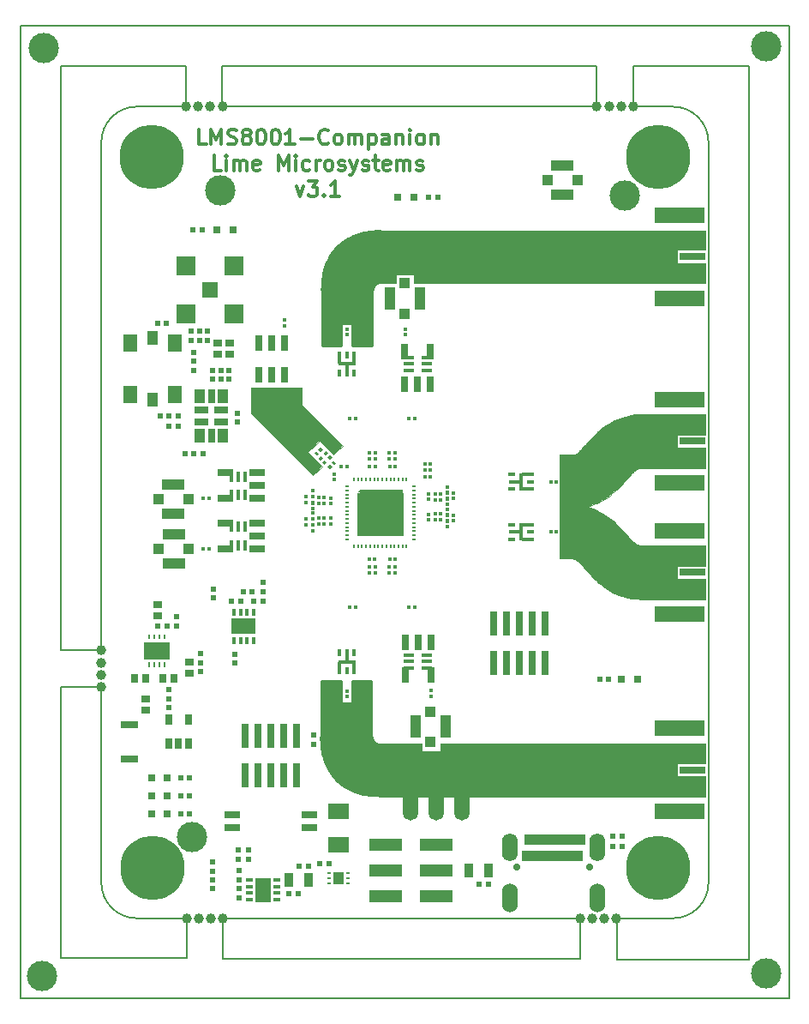
<source format=gts>
G04 #@! TF.FileFunction,Soldermask,Top*
%FSLAX46Y46*%
G04 Gerber Fmt 4.6, Leading zero omitted, Abs format (unit mm)*
G04 Created by KiCad (PCBNEW 4.0.7-e2-6376~61~ubuntu18.04.1) date Mon Jul 28 12:50:59 2025*
%MOMM*%
%LPD*%
G01*
G04 APERTURE LIST*
%ADD10C,0.150000*%
%ADD11C,0.200000*%
%ADD12C,0.300000*%
%ADD13C,0.002540*%
%ADD14C,0.700000*%
%ADD15O,1.554000X2.754000*%
%ADD16O,1.554000X2.854000*%
%ADD17R,0.474000X1.104000*%
%ADD18R,0.474000X1.004000*%
%ADD19C,1.000000*%
%ADD20R,0.740000X2.400000*%
%ADD21R,1.910000X1.910000*%
%ADD22R,1.520000X1.520000*%
%ADD23R,2.200000X1.000000*%
%ADD24R,1.000000X1.000000*%
%ADD25R,1.000000X1.350000*%
%ADD26R,0.700000X1.350000*%
%ADD27R,1.350000X0.700000*%
%ADD28C,6.350000*%
%ADD29R,0.595300X0.595300*%
%ADD30R,0.797560X0.797560*%
%ADD31R,0.899160X1.399540*%
%ADD32O,1.524000X2.994660*%
%ADD33R,3.200400X1.270000*%
%ADD34R,0.700000X1.000000*%
%ADD35R,0.897560X0.798500*%
%ADD36R,0.798500X0.897560*%
%ADD37C,0.250000*%
%ADD38R,0.250000X0.400000*%
%ADD39R,2.540000X1.700000*%
%ADD40R,0.330000X0.260000*%
%ADD41R,1.050000X1.200000*%
%ADD42R,2.032000X1.524000*%
%ADD43R,1.600000X2.350000*%
%ADD44R,0.650000X0.300000*%
%ADD45R,2.350000X1.600000*%
%ADD46R,0.300000X0.650000*%
%ADD47R,1.398880X1.701140*%
%ADD48R,1.100000X1.400000*%
%ADD49R,1.700000X0.800000*%
%ADD50R,1.501140X0.759460*%
%ADD51R,1.000000X2.200000*%
%ADD52R,5.000000X1.496060*%
%ADD53R,2.500000X0.698500*%
%ADD54R,0.300000X0.350000*%
%ADD55R,0.350000X0.300000*%
%ADD56O,0.400000X0.200000*%
%ADD57R,0.200000X0.200000*%
%ADD58O,0.200000X0.400000*%
%ADD59R,4.600000X4.300000*%
%ADD60R,4.300000X0.300000*%
%ADD61R,0.760000X1.650000*%
%ADD62R,1.780000X0.410000*%
%ADD63R,0.360000X0.710000*%
%ADD64R,0.360000X1.270000*%
%ADD65R,1.000000X0.350000*%
%ADD66R,0.759460X1.648460*%
%ADD67R,0.410000X1.780000*%
%ADD68R,0.710000X0.360000*%
%ADD69R,1.270000X0.360000*%
%ADD70R,0.350000X1.000000*%
%ADD71R,1.648460X0.759460*%
%ADD72C,3.000000*%
%ADD73C,0.001000*%
%ADD74C,0.254000*%
G04 APERTURE END LIST*
D10*
D11*
X103057960Y-146451320D02*
X103080820Y-146451320D01*
X103057960Y-50419000D02*
X103057960Y-146451320D01*
X103060500Y-50416460D02*
X103060500Y-50449480D01*
X178968400Y-50416460D02*
X103060500Y-50416460D01*
X178968400Y-50464720D02*
X178968400Y-50416460D01*
X178968400Y-146451320D02*
X178968400Y-50464720D01*
X103060500Y-146451320D02*
X178968400Y-146451320D01*
X174990760Y-59098180D02*
X175021240Y-59098180D01*
X174980600Y-135610600D02*
X175011080Y-135610600D01*
X109440980Y-146453860D02*
X109440980Y-146423380D01*
X103024940Y-135171180D02*
X103055420Y-135171180D01*
X103035100Y-58658760D02*
X103065580Y-58658760D01*
X173918880Y-50416460D02*
X173918880Y-50446940D01*
X112339120Y-50391060D02*
X112339120Y-50421540D01*
X107020360Y-115686840D02*
X107015280Y-115686840D01*
X107020360Y-142471140D02*
X107020360Y-115686840D01*
X119473980Y-142471140D02*
X107020360Y-142471140D01*
X107015280Y-115686840D02*
X107015280Y-142311120D01*
X107035600Y-112087660D02*
X107027980Y-112087660D01*
X107035600Y-54394100D02*
X107035600Y-112087660D01*
X119402860Y-54394100D02*
X107035600Y-54394100D01*
X122989340Y-54394100D02*
X122989340Y-54424580D01*
X159984440Y-54394100D02*
X122989340Y-54394100D01*
X163581080Y-54416960D02*
X163581080Y-54432200D01*
X174983140Y-54416960D02*
X163581080Y-54416960D01*
X174983140Y-142575280D02*
X174983140Y-54416960D01*
X174983140Y-142580360D02*
X161945320Y-142580360D01*
X174983140Y-134713980D02*
X174983140Y-142580360D01*
X123068080Y-142476220D02*
X123068080Y-142483840D01*
X158335980Y-142519400D02*
X123070620Y-142519400D01*
X161932620Y-138523980D02*
X161932620Y-138529060D01*
X167510460Y-138523980D02*
X161932620Y-138523980D01*
X122994420Y-58392060D02*
X122994420Y-58397140D01*
X159989520Y-58392060D02*
X122994420Y-58392060D01*
X163586160Y-58402220D02*
X163586160Y-58392060D01*
X167497760Y-58402220D02*
X163586160Y-58402220D01*
X119402860Y-58397140D02*
X114523520Y-58397140D01*
X119473980Y-138523980D02*
X119473980Y-138526520D01*
X114551460Y-138523980D02*
X119473980Y-138523980D01*
X161948640Y-142583520D02*
X161948640Y-138583520D01*
X158334220Y-142517480D02*
X158334220Y-138517480D01*
X158335980Y-138529060D02*
X137594340Y-138529060D01*
X161935160Y-138526520D02*
X161935160Y-138529060D01*
X159985220Y-58395220D02*
X159985220Y-54395220D01*
X163581860Y-58423160D02*
X163581860Y-54423160D01*
X163583620Y-58394600D02*
X163583620Y-58392060D01*
X123070620Y-138521440D02*
X123070620Y-138523980D01*
X151724360Y-138521440D02*
X123070620Y-138521440D01*
X111031020Y-115684300D02*
X111036100Y-115684300D01*
X111031020Y-135016240D02*
X111031020Y-115684300D01*
X111033560Y-112097820D02*
X111036100Y-112097820D01*
X111033560Y-61899800D02*
X111033560Y-112097820D01*
X122996960Y-58399680D02*
X122996960Y-58397140D01*
X111055770Y-112088150D02*
X107055770Y-112088150D01*
X111010050Y-115687330D02*
X107010050Y-115687330D01*
X119469680Y-142471760D02*
X119469680Y-138471760D01*
X123068860Y-142517480D02*
X123068860Y-138517480D01*
X122990120Y-58413000D02*
X122990120Y-54413000D01*
X119398560Y-58400300D02*
X119398560Y-54400300D01*
D12*
X121389572Y-62128571D02*
X120675286Y-62128571D01*
X120675286Y-60628571D01*
X121889572Y-62128571D02*
X121889572Y-60628571D01*
X122389572Y-61700000D01*
X122889572Y-60628571D01*
X122889572Y-62128571D01*
X123532429Y-62057143D02*
X123746715Y-62128571D01*
X124103858Y-62128571D01*
X124246715Y-62057143D01*
X124318144Y-61985714D01*
X124389572Y-61842857D01*
X124389572Y-61700000D01*
X124318144Y-61557143D01*
X124246715Y-61485714D01*
X124103858Y-61414286D01*
X123818144Y-61342857D01*
X123675286Y-61271429D01*
X123603858Y-61200000D01*
X123532429Y-61057143D01*
X123532429Y-60914286D01*
X123603858Y-60771429D01*
X123675286Y-60700000D01*
X123818144Y-60628571D01*
X124175286Y-60628571D01*
X124389572Y-60700000D01*
X125246715Y-61271429D02*
X125103857Y-61200000D01*
X125032429Y-61128571D01*
X124961000Y-60985714D01*
X124961000Y-60914286D01*
X125032429Y-60771429D01*
X125103857Y-60700000D01*
X125246715Y-60628571D01*
X125532429Y-60628571D01*
X125675286Y-60700000D01*
X125746715Y-60771429D01*
X125818143Y-60914286D01*
X125818143Y-60985714D01*
X125746715Y-61128571D01*
X125675286Y-61200000D01*
X125532429Y-61271429D01*
X125246715Y-61271429D01*
X125103857Y-61342857D01*
X125032429Y-61414286D01*
X124961000Y-61557143D01*
X124961000Y-61842857D01*
X125032429Y-61985714D01*
X125103857Y-62057143D01*
X125246715Y-62128571D01*
X125532429Y-62128571D01*
X125675286Y-62057143D01*
X125746715Y-61985714D01*
X125818143Y-61842857D01*
X125818143Y-61557143D01*
X125746715Y-61414286D01*
X125675286Y-61342857D01*
X125532429Y-61271429D01*
X126746714Y-60628571D02*
X126889571Y-60628571D01*
X127032428Y-60700000D01*
X127103857Y-60771429D01*
X127175286Y-60914286D01*
X127246714Y-61200000D01*
X127246714Y-61557143D01*
X127175286Y-61842857D01*
X127103857Y-61985714D01*
X127032428Y-62057143D01*
X126889571Y-62128571D01*
X126746714Y-62128571D01*
X126603857Y-62057143D01*
X126532428Y-61985714D01*
X126461000Y-61842857D01*
X126389571Y-61557143D01*
X126389571Y-61200000D01*
X126461000Y-60914286D01*
X126532428Y-60771429D01*
X126603857Y-60700000D01*
X126746714Y-60628571D01*
X128175285Y-60628571D02*
X128318142Y-60628571D01*
X128460999Y-60700000D01*
X128532428Y-60771429D01*
X128603857Y-60914286D01*
X128675285Y-61200000D01*
X128675285Y-61557143D01*
X128603857Y-61842857D01*
X128532428Y-61985714D01*
X128460999Y-62057143D01*
X128318142Y-62128571D01*
X128175285Y-62128571D01*
X128032428Y-62057143D01*
X127960999Y-61985714D01*
X127889571Y-61842857D01*
X127818142Y-61557143D01*
X127818142Y-61200000D01*
X127889571Y-60914286D01*
X127960999Y-60771429D01*
X128032428Y-60700000D01*
X128175285Y-60628571D01*
X130103856Y-62128571D02*
X129246713Y-62128571D01*
X129675285Y-62128571D02*
X129675285Y-60628571D01*
X129532428Y-60842857D01*
X129389570Y-60985714D01*
X129246713Y-61057143D01*
X130746713Y-61557143D02*
X131889570Y-61557143D01*
X133460999Y-61985714D02*
X133389570Y-62057143D01*
X133175284Y-62128571D01*
X133032427Y-62128571D01*
X132818142Y-62057143D01*
X132675284Y-61914286D01*
X132603856Y-61771429D01*
X132532427Y-61485714D01*
X132532427Y-61271429D01*
X132603856Y-60985714D01*
X132675284Y-60842857D01*
X132818142Y-60700000D01*
X133032427Y-60628571D01*
X133175284Y-60628571D01*
X133389570Y-60700000D01*
X133460999Y-60771429D01*
X134318142Y-62128571D02*
X134175284Y-62057143D01*
X134103856Y-61985714D01*
X134032427Y-61842857D01*
X134032427Y-61414286D01*
X134103856Y-61271429D01*
X134175284Y-61200000D01*
X134318142Y-61128571D01*
X134532427Y-61128571D01*
X134675284Y-61200000D01*
X134746713Y-61271429D01*
X134818142Y-61414286D01*
X134818142Y-61842857D01*
X134746713Y-61985714D01*
X134675284Y-62057143D01*
X134532427Y-62128571D01*
X134318142Y-62128571D01*
X135460999Y-62128571D02*
X135460999Y-61128571D01*
X135460999Y-61271429D02*
X135532427Y-61200000D01*
X135675285Y-61128571D01*
X135889570Y-61128571D01*
X136032427Y-61200000D01*
X136103856Y-61342857D01*
X136103856Y-62128571D01*
X136103856Y-61342857D02*
X136175285Y-61200000D01*
X136318142Y-61128571D01*
X136532427Y-61128571D01*
X136675285Y-61200000D01*
X136746713Y-61342857D01*
X136746713Y-62128571D01*
X137460999Y-61128571D02*
X137460999Y-62628571D01*
X137460999Y-61200000D02*
X137603856Y-61128571D01*
X137889570Y-61128571D01*
X138032427Y-61200000D01*
X138103856Y-61271429D01*
X138175285Y-61414286D01*
X138175285Y-61842857D01*
X138103856Y-61985714D01*
X138032427Y-62057143D01*
X137889570Y-62128571D01*
X137603856Y-62128571D01*
X137460999Y-62057143D01*
X139460999Y-62128571D02*
X139460999Y-61342857D01*
X139389570Y-61200000D01*
X139246713Y-61128571D01*
X138960999Y-61128571D01*
X138818142Y-61200000D01*
X139460999Y-62057143D02*
X139318142Y-62128571D01*
X138960999Y-62128571D01*
X138818142Y-62057143D01*
X138746713Y-61914286D01*
X138746713Y-61771429D01*
X138818142Y-61628571D01*
X138960999Y-61557143D01*
X139318142Y-61557143D01*
X139460999Y-61485714D01*
X140175285Y-61128571D02*
X140175285Y-62128571D01*
X140175285Y-61271429D02*
X140246713Y-61200000D01*
X140389571Y-61128571D01*
X140603856Y-61128571D01*
X140746713Y-61200000D01*
X140818142Y-61342857D01*
X140818142Y-62128571D01*
X141532428Y-62128571D02*
X141532428Y-61128571D01*
X141532428Y-60628571D02*
X141460999Y-60700000D01*
X141532428Y-60771429D01*
X141603856Y-60700000D01*
X141532428Y-60628571D01*
X141532428Y-60771429D01*
X142461000Y-62128571D02*
X142318142Y-62057143D01*
X142246714Y-61985714D01*
X142175285Y-61842857D01*
X142175285Y-61414286D01*
X142246714Y-61271429D01*
X142318142Y-61200000D01*
X142461000Y-61128571D01*
X142675285Y-61128571D01*
X142818142Y-61200000D01*
X142889571Y-61271429D01*
X142961000Y-61414286D01*
X142961000Y-61842857D01*
X142889571Y-61985714D01*
X142818142Y-62057143D01*
X142675285Y-62128571D01*
X142461000Y-62128571D01*
X143603857Y-61128571D02*
X143603857Y-62128571D01*
X143603857Y-61271429D02*
X143675285Y-61200000D01*
X143818143Y-61128571D01*
X144032428Y-61128571D01*
X144175285Y-61200000D01*
X144246714Y-61342857D01*
X144246714Y-62128571D01*
X122889572Y-64678571D02*
X122175286Y-64678571D01*
X122175286Y-63178571D01*
X123389572Y-64678571D02*
X123389572Y-63678571D01*
X123389572Y-63178571D02*
X123318143Y-63250000D01*
X123389572Y-63321429D01*
X123461000Y-63250000D01*
X123389572Y-63178571D01*
X123389572Y-63321429D01*
X124103858Y-64678571D02*
X124103858Y-63678571D01*
X124103858Y-63821429D02*
X124175286Y-63750000D01*
X124318144Y-63678571D01*
X124532429Y-63678571D01*
X124675286Y-63750000D01*
X124746715Y-63892857D01*
X124746715Y-64678571D01*
X124746715Y-63892857D02*
X124818144Y-63750000D01*
X124961001Y-63678571D01*
X125175286Y-63678571D01*
X125318144Y-63750000D01*
X125389572Y-63892857D01*
X125389572Y-64678571D01*
X126675286Y-64607143D02*
X126532429Y-64678571D01*
X126246715Y-64678571D01*
X126103858Y-64607143D01*
X126032429Y-64464286D01*
X126032429Y-63892857D01*
X126103858Y-63750000D01*
X126246715Y-63678571D01*
X126532429Y-63678571D01*
X126675286Y-63750000D01*
X126746715Y-63892857D01*
X126746715Y-64035714D01*
X126032429Y-64178571D01*
X128532429Y-64678571D02*
X128532429Y-63178571D01*
X129032429Y-64250000D01*
X129532429Y-63178571D01*
X129532429Y-64678571D01*
X130246715Y-64678571D02*
X130246715Y-63678571D01*
X130246715Y-63178571D02*
X130175286Y-63250000D01*
X130246715Y-63321429D01*
X130318143Y-63250000D01*
X130246715Y-63178571D01*
X130246715Y-63321429D01*
X131603858Y-64607143D02*
X131461001Y-64678571D01*
X131175287Y-64678571D01*
X131032429Y-64607143D01*
X130961001Y-64535714D01*
X130889572Y-64392857D01*
X130889572Y-63964286D01*
X130961001Y-63821429D01*
X131032429Y-63750000D01*
X131175287Y-63678571D01*
X131461001Y-63678571D01*
X131603858Y-63750000D01*
X132246715Y-64678571D02*
X132246715Y-63678571D01*
X132246715Y-63964286D02*
X132318143Y-63821429D01*
X132389572Y-63750000D01*
X132532429Y-63678571D01*
X132675286Y-63678571D01*
X133389572Y-64678571D02*
X133246714Y-64607143D01*
X133175286Y-64535714D01*
X133103857Y-64392857D01*
X133103857Y-63964286D01*
X133175286Y-63821429D01*
X133246714Y-63750000D01*
X133389572Y-63678571D01*
X133603857Y-63678571D01*
X133746714Y-63750000D01*
X133818143Y-63821429D01*
X133889572Y-63964286D01*
X133889572Y-64392857D01*
X133818143Y-64535714D01*
X133746714Y-64607143D01*
X133603857Y-64678571D01*
X133389572Y-64678571D01*
X134461000Y-64607143D02*
X134603857Y-64678571D01*
X134889572Y-64678571D01*
X135032429Y-64607143D01*
X135103857Y-64464286D01*
X135103857Y-64392857D01*
X135032429Y-64250000D01*
X134889572Y-64178571D01*
X134675286Y-64178571D01*
X134532429Y-64107143D01*
X134461000Y-63964286D01*
X134461000Y-63892857D01*
X134532429Y-63750000D01*
X134675286Y-63678571D01*
X134889572Y-63678571D01*
X135032429Y-63750000D01*
X135603858Y-63678571D02*
X135961001Y-64678571D01*
X136318143Y-63678571D02*
X135961001Y-64678571D01*
X135818143Y-65035714D01*
X135746715Y-65107143D01*
X135603858Y-65178571D01*
X136818143Y-64607143D02*
X136961000Y-64678571D01*
X137246715Y-64678571D01*
X137389572Y-64607143D01*
X137461000Y-64464286D01*
X137461000Y-64392857D01*
X137389572Y-64250000D01*
X137246715Y-64178571D01*
X137032429Y-64178571D01*
X136889572Y-64107143D01*
X136818143Y-63964286D01*
X136818143Y-63892857D01*
X136889572Y-63750000D01*
X137032429Y-63678571D01*
X137246715Y-63678571D01*
X137389572Y-63750000D01*
X137889572Y-63678571D02*
X138461001Y-63678571D01*
X138103858Y-63178571D02*
X138103858Y-64464286D01*
X138175286Y-64607143D01*
X138318144Y-64678571D01*
X138461001Y-64678571D01*
X139532429Y-64607143D02*
X139389572Y-64678571D01*
X139103858Y-64678571D01*
X138961001Y-64607143D01*
X138889572Y-64464286D01*
X138889572Y-63892857D01*
X138961001Y-63750000D01*
X139103858Y-63678571D01*
X139389572Y-63678571D01*
X139532429Y-63750000D01*
X139603858Y-63892857D01*
X139603858Y-64035714D01*
X138889572Y-64178571D01*
X140246715Y-64678571D02*
X140246715Y-63678571D01*
X140246715Y-63821429D02*
X140318143Y-63750000D01*
X140461001Y-63678571D01*
X140675286Y-63678571D01*
X140818143Y-63750000D01*
X140889572Y-63892857D01*
X140889572Y-64678571D01*
X140889572Y-63892857D02*
X140961001Y-63750000D01*
X141103858Y-63678571D01*
X141318143Y-63678571D01*
X141461001Y-63750000D01*
X141532429Y-63892857D01*
X141532429Y-64678571D01*
X142175286Y-64607143D02*
X142318143Y-64678571D01*
X142603858Y-64678571D01*
X142746715Y-64607143D01*
X142818143Y-64464286D01*
X142818143Y-64392857D01*
X142746715Y-64250000D01*
X142603858Y-64178571D01*
X142389572Y-64178571D01*
X142246715Y-64107143D01*
X142175286Y-63964286D01*
X142175286Y-63892857D01*
X142246715Y-63750000D01*
X142389572Y-63678571D01*
X142603858Y-63678571D01*
X142746715Y-63750000D01*
X130318144Y-66228571D02*
X130675287Y-67228571D01*
X131032429Y-66228571D01*
X131461001Y-65728571D02*
X132389572Y-65728571D01*
X131889572Y-66300000D01*
X132103858Y-66300000D01*
X132246715Y-66371429D01*
X132318144Y-66442857D01*
X132389572Y-66585714D01*
X132389572Y-66942857D01*
X132318144Y-67085714D01*
X132246715Y-67157143D01*
X132103858Y-67228571D01*
X131675286Y-67228571D01*
X131532429Y-67157143D01*
X131461001Y-67085714D01*
X133032429Y-67085714D02*
X133103857Y-67157143D01*
X133032429Y-67228571D01*
X132961000Y-67157143D01*
X133032429Y-67085714D01*
X133032429Y-67228571D01*
X134532429Y-67228571D02*
X133675286Y-67228571D01*
X134103858Y-67228571D02*
X134103858Y-65728571D01*
X133961001Y-65942857D01*
X133818143Y-66085714D01*
X133675286Y-66157143D01*
D11*
X111031830Y-135023010D02*
G75*
G03X114534130Y-138520710I3500000J2300D01*
G01*
X167515960Y-138521900D02*
G75*
G03X171013660Y-135019600I-2300J3500000D01*
G01*
X114530720Y-58399220D02*
G75*
G03X111033020Y-61901520I2300J-3500000D01*
G01*
X171011040Y-61899380D02*
G75*
G03X167508740Y-58401680I-3500000J-2300D01*
G01*
X171013120Y-61905020D02*
X171013120Y-135000000D01*
D13*
G36*
X138544300Y-126479300D02*
X138404600Y-126479300D01*
X138341100Y-126476760D01*
X138272520Y-126474220D01*
X138203940Y-126474220D01*
X138142980Y-126471680D01*
X138130280Y-126469140D01*
X137800080Y-126448820D01*
X137485120Y-126415800D01*
X137180320Y-126372620D01*
X136885680Y-126316740D01*
X136601200Y-126250700D01*
X136326880Y-126174500D01*
X136062720Y-126085600D01*
X135803640Y-125984000D01*
X135554720Y-125872240D01*
X135399780Y-125793500D01*
X135145780Y-125653800D01*
X134901940Y-125498860D01*
X134670800Y-125331220D01*
X134449820Y-125153420D01*
X134241540Y-124962920D01*
X134043420Y-124762260D01*
X133860540Y-124548900D01*
X133687820Y-124322840D01*
X133527800Y-124086620D01*
X133380480Y-123842780D01*
X133248400Y-123583700D01*
X133126480Y-123317000D01*
X133017260Y-123042680D01*
X132923280Y-122755660D01*
X132842000Y-122458480D01*
X132808980Y-122318780D01*
X132750560Y-122019060D01*
X132702300Y-121709180D01*
X132666740Y-121391680D01*
X132643880Y-121066560D01*
X132633720Y-120733820D01*
X132633720Y-120723660D01*
X132631180Y-120596660D01*
X132669280Y-120591580D01*
X132679440Y-120591580D01*
X132707380Y-120591580D01*
X132750560Y-120589040D01*
X132808980Y-120589040D01*
X132880100Y-120589040D01*
X132966460Y-120589040D01*
X133065520Y-120589040D01*
X133177280Y-120589040D01*
X133301740Y-120589040D01*
X133433820Y-120586500D01*
X133578600Y-120586500D01*
X133733540Y-120586500D01*
X133896100Y-120586500D01*
X134066280Y-120586500D01*
X134244080Y-120586500D01*
X134432040Y-120586500D01*
X134622540Y-120586500D01*
X134820660Y-120586500D01*
X135023860Y-120586500D01*
X135229600Y-120586500D01*
X135267700Y-120586500D01*
X137833100Y-120586500D01*
X137838180Y-120627140D01*
X137861040Y-120733820D01*
X137899140Y-120837960D01*
X137952480Y-120934480D01*
X138015980Y-121023380D01*
X138092180Y-121102120D01*
X138178540Y-121170700D01*
X138259820Y-121216420D01*
X138308080Y-121239280D01*
X138358880Y-121257060D01*
X138409680Y-121272300D01*
X138455400Y-121285000D01*
X138490960Y-121290080D01*
X138496040Y-121290080D01*
X138516360Y-121290080D01*
X138531600Y-121295160D01*
X138534140Y-121295160D01*
X138534140Y-121300240D01*
X138534140Y-121305320D01*
X138536680Y-121318020D01*
X138536680Y-121330720D01*
X138539220Y-121351040D01*
X138539220Y-121373900D01*
X138539220Y-121404380D01*
X138541760Y-121439940D01*
X138541760Y-121483120D01*
X138541760Y-121533920D01*
X138541760Y-121592340D01*
X138541760Y-121658380D01*
X138544300Y-121734580D01*
X138544300Y-121820940D01*
X138544300Y-121914920D01*
X138544300Y-122021600D01*
X138544300Y-122138440D01*
X138544300Y-122267980D01*
X138544300Y-122410220D01*
X138544300Y-122562620D01*
X138544300Y-122730260D01*
X138544300Y-122913140D01*
X138544300Y-123108720D01*
X138544300Y-123319540D01*
X138544300Y-123545600D01*
X138544300Y-123789440D01*
X138544300Y-123888500D01*
X138544300Y-126479300D01*
X138544300Y-126479300D01*
X138544300Y-126479300D01*
G37*
X138544300Y-126479300D02*
X138404600Y-126479300D01*
X138341100Y-126476760D01*
X138272520Y-126474220D01*
X138203940Y-126474220D01*
X138142980Y-126471680D01*
X138130280Y-126469140D01*
X137800080Y-126448820D01*
X137485120Y-126415800D01*
X137180320Y-126372620D01*
X136885680Y-126316740D01*
X136601200Y-126250700D01*
X136326880Y-126174500D01*
X136062720Y-126085600D01*
X135803640Y-125984000D01*
X135554720Y-125872240D01*
X135399780Y-125793500D01*
X135145780Y-125653800D01*
X134901940Y-125498860D01*
X134670800Y-125331220D01*
X134449820Y-125153420D01*
X134241540Y-124962920D01*
X134043420Y-124762260D01*
X133860540Y-124548900D01*
X133687820Y-124322840D01*
X133527800Y-124086620D01*
X133380480Y-123842780D01*
X133248400Y-123583700D01*
X133126480Y-123317000D01*
X133017260Y-123042680D01*
X132923280Y-122755660D01*
X132842000Y-122458480D01*
X132808980Y-122318780D01*
X132750560Y-122019060D01*
X132702300Y-121709180D01*
X132666740Y-121391680D01*
X132643880Y-121066560D01*
X132633720Y-120733820D01*
X132633720Y-120723660D01*
X132631180Y-120596660D01*
X132669280Y-120591580D01*
X132679440Y-120591580D01*
X132707380Y-120591580D01*
X132750560Y-120589040D01*
X132808980Y-120589040D01*
X132880100Y-120589040D01*
X132966460Y-120589040D01*
X133065520Y-120589040D01*
X133177280Y-120589040D01*
X133301740Y-120589040D01*
X133433820Y-120586500D01*
X133578600Y-120586500D01*
X133733540Y-120586500D01*
X133896100Y-120586500D01*
X134066280Y-120586500D01*
X134244080Y-120586500D01*
X134432040Y-120586500D01*
X134622540Y-120586500D01*
X134820660Y-120586500D01*
X135023860Y-120586500D01*
X135229600Y-120586500D01*
X135267700Y-120586500D01*
X137833100Y-120586500D01*
X137838180Y-120627140D01*
X137861040Y-120733820D01*
X137899140Y-120837960D01*
X137952480Y-120934480D01*
X138015980Y-121023380D01*
X138092180Y-121102120D01*
X138178540Y-121170700D01*
X138259820Y-121216420D01*
X138308080Y-121239280D01*
X138358880Y-121257060D01*
X138409680Y-121272300D01*
X138455400Y-121285000D01*
X138490960Y-121290080D01*
X138496040Y-121290080D01*
X138516360Y-121290080D01*
X138531600Y-121295160D01*
X138534140Y-121295160D01*
X138534140Y-121300240D01*
X138534140Y-121305320D01*
X138536680Y-121318020D01*
X138536680Y-121330720D01*
X138539220Y-121351040D01*
X138539220Y-121373900D01*
X138539220Y-121404380D01*
X138541760Y-121439940D01*
X138541760Y-121483120D01*
X138541760Y-121533920D01*
X138541760Y-121592340D01*
X138541760Y-121658380D01*
X138544300Y-121734580D01*
X138544300Y-121820940D01*
X138544300Y-121914920D01*
X138544300Y-122021600D01*
X138544300Y-122138440D01*
X138544300Y-122267980D01*
X138544300Y-122410220D01*
X138544300Y-122562620D01*
X138544300Y-122730260D01*
X138544300Y-122913140D01*
X138544300Y-123108720D01*
X138544300Y-123319540D01*
X138544300Y-123545600D01*
X138544300Y-123789440D01*
X138544300Y-123888500D01*
X138544300Y-126479300D01*
X138544300Y-126479300D01*
G36*
X157424120Y-97701100D02*
X157408880Y-97701100D01*
X157408880Y-97701100D01*
X157408880Y-97711260D01*
X157408880Y-97734120D01*
X157406340Y-97774760D01*
X157406340Y-97830640D01*
X157406340Y-97899220D01*
X157406340Y-97980500D01*
X157406340Y-98074480D01*
X157406340Y-98178620D01*
X157406340Y-98295460D01*
X157403800Y-98419920D01*
X157403800Y-98557080D01*
X157403800Y-98699320D01*
X157403800Y-98849180D01*
X157403800Y-99006660D01*
X157403800Y-99171760D01*
X157403800Y-99339400D01*
X157403800Y-99512120D01*
X157403800Y-99689920D01*
X157403800Y-99870260D01*
X157403800Y-100050600D01*
X157403800Y-100233480D01*
X157403800Y-100416360D01*
X157403800Y-100599240D01*
X157403800Y-100782120D01*
X157403800Y-100962460D01*
X157403800Y-101140260D01*
X157403800Y-101315520D01*
X157403800Y-101485700D01*
X157403800Y-101648260D01*
X157403800Y-101808280D01*
X157403800Y-101960680D01*
X157403800Y-102108000D01*
X157403800Y-102245160D01*
X157403800Y-102372160D01*
X157403800Y-102491540D01*
X157406340Y-102600760D01*
X157406340Y-102697280D01*
X157406340Y-102781100D01*
X157406340Y-102854760D01*
X157406340Y-102913180D01*
X157406340Y-102956360D01*
X157408880Y-102984300D01*
X157408880Y-102999540D01*
X157408880Y-102999540D01*
X157419040Y-103002080D01*
X157441900Y-103004620D01*
X157454600Y-103004620D01*
X157490160Y-103007160D01*
X157538420Y-103012240D01*
X157591760Y-103022400D01*
X157645100Y-103032560D01*
X157690820Y-103045260D01*
X157698440Y-103047800D01*
X157772100Y-103073200D01*
X157848300Y-103108760D01*
X157929580Y-103157020D01*
X158015940Y-103217980D01*
X158089600Y-103273860D01*
X158132780Y-103311960D01*
X158186120Y-103360220D01*
X158249620Y-103421180D01*
X158320740Y-103489760D01*
X158399480Y-103571040D01*
X158485840Y-103657400D01*
X158574740Y-103753920D01*
X158668720Y-103855520D01*
X158767780Y-103962200D01*
X158869380Y-104073960D01*
X158902400Y-104109520D01*
X159031940Y-104254300D01*
X159151320Y-104386380D01*
X159263080Y-104508300D01*
X159364680Y-104620060D01*
X159461200Y-104721660D01*
X159552640Y-104818180D01*
X159639000Y-104904540D01*
X159720280Y-104988360D01*
X159799020Y-105067100D01*
X159877760Y-105140760D01*
X159953960Y-105211880D01*
X160032700Y-105283000D01*
X160070800Y-105316020D01*
X160332420Y-105542080D01*
X160601660Y-105750360D01*
X160873440Y-105940860D01*
X161147760Y-106116120D01*
X161429700Y-106276140D01*
X161714180Y-106418380D01*
X162001200Y-106545380D01*
X162153600Y-106606340D01*
X162450780Y-106710480D01*
X162758120Y-106796840D01*
X163070540Y-106870500D01*
X163385500Y-106928920D01*
X163705540Y-106972100D01*
X164030660Y-107000040D01*
X164205920Y-107007660D01*
X164388800Y-107012740D01*
X164388800Y-104360980D01*
X164388800Y-101709220D01*
X164355780Y-101709220D01*
X164282120Y-101704140D01*
X164200840Y-101691440D01*
X164117020Y-101673660D01*
X164038280Y-101648260D01*
X163974780Y-101622860D01*
X163923980Y-101597460D01*
X163873180Y-101569520D01*
X163822380Y-101536500D01*
X163769040Y-101500940D01*
X163713160Y-101457760D01*
X163654740Y-101409500D01*
X163591240Y-101353620D01*
X163522660Y-101290120D01*
X163449000Y-101219000D01*
X163370260Y-101137720D01*
X163281360Y-101046280D01*
X163187380Y-100944680D01*
X163085780Y-100832920D01*
X162971480Y-100711000D01*
X162872420Y-100599240D01*
X162745420Y-100459540D01*
X162628580Y-100330000D01*
X162521900Y-100210620D01*
X162420300Y-100103940D01*
X162326320Y-100002340D01*
X162239960Y-99910900D01*
X162156140Y-99824540D01*
X162077400Y-99745800D01*
X162001200Y-99669600D01*
X161925000Y-99598480D01*
X161851340Y-99527360D01*
X161777680Y-99458780D01*
X161701480Y-99390200D01*
X161696400Y-99385120D01*
X161462720Y-99187000D01*
X161221420Y-98996500D01*
X160977580Y-98821240D01*
X160728660Y-98656140D01*
X160479740Y-98506280D01*
X160228280Y-98374200D01*
X160144460Y-98331020D01*
X159857440Y-98201480D01*
X159567880Y-98084640D01*
X159278320Y-97985580D01*
X158981140Y-97901760D01*
X158681420Y-97833180D01*
X158371540Y-97777300D01*
X158054040Y-97736660D01*
X157937200Y-97726500D01*
X157891480Y-97721420D01*
X157838140Y-97718880D01*
X157779720Y-97713800D01*
X157718760Y-97711260D01*
X157657800Y-97708720D01*
X157596840Y-97706180D01*
X157540960Y-97703640D01*
X157492700Y-97701100D01*
X157452060Y-97701100D01*
X157424120Y-97701100D01*
X157424120Y-97701100D01*
X157424120Y-97701100D01*
G37*
X157424120Y-97701100D02*
X157408880Y-97701100D01*
X157408880Y-97701100D01*
X157408880Y-97711260D01*
X157408880Y-97734120D01*
X157406340Y-97774760D01*
X157406340Y-97830640D01*
X157406340Y-97899220D01*
X157406340Y-97980500D01*
X157406340Y-98074480D01*
X157406340Y-98178620D01*
X157406340Y-98295460D01*
X157403800Y-98419920D01*
X157403800Y-98557080D01*
X157403800Y-98699320D01*
X157403800Y-98849180D01*
X157403800Y-99006660D01*
X157403800Y-99171760D01*
X157403800Y-99339400D01*
X157403800Y-99512120D01*
X157403800Y-99689920D01*
X157403800Y-99870260D01*
X157403800Y-100050600D01*
X157403800Y-100233480D01*
X157403800Y-100416360D01*
X157403800Y-100599240D01*
X157403800Y-100782120D01*
X157403800Y-100962460D01*
X157403800Y-101140260D01*
X157403800Y-101315520D01*
X157403800Y-101485700D01*
X157403800Y-101648260D01*
X157403800Y-101808280D01*
X157403800Y-101960680D01*
X157403800Y-102108000D01*
X157403800Y-102245160D01*
X157403800Y-102372160D01*
X157403800Y-102491540D01*
X157406340Y-102600760D01*
X157406340Y-102697280D01*
X157406340Y-102781100D01*
X157406340Y-102854760D01*
X157406340Y-102913180D01*
X157406340Y-102956360D01*
X157408880Y-102984300D01*
X157408880Y-102999540D01*
X157408880Y-102999540D01*
X157419040Y-103002080D01*
X157441900Y-103004620D01*
X157454600Y-103004620D01*
X157490160Y-103007160D01*
X157538420Y-103012240D01*
X157591760Y-103022400D01*
X157645100Y-103032560D01*
X157690820Y-103045260D01*
X157698440Y-103047800D01*
X157772100Y-103073200D01*
X157848300Y-103108760D01*
X157929580Y-103157020D01*
X158015940Y-103217980D01*
X158089600Y-103273860D01*
X158132780Y-103311960D01*
X158186120Y-103360220D01*
X158249620Y-103421180D01*
X158320740Y-103489760D01*
X158399480Y-103571040D01*
X158485840Y-103657400D01*
X158574740Y-103753920D01*
X158668720Y-103855520D01*
X158767780Y-103962200D01*
X158869380Y-104073960D01*
X158902400Y-104109520D01*
X159031940Y-104254300D01*
X159151320Y-104386380D01*
X159263080Y-104508300D01*
X159364680Y-104620060D01*
X159461200Y-104721660D01*
X159552640Y-104818180D01*
X159639000Y-104904540D01*
X159720280Y-104988360D01*
X159799020Y-105067100D01*
X159877760Y-105140760D01*
X159953960Y-105211880D01*
X160032700Y-105283000D01*
X160070800Y-105316020D01*
X160332420Y-105542080D01*
X160601660Y-105750360D01*
X160873440Y-105940860D01*
X161147760Y-106116120D01*
X161429700Y-106276140D01*
X161714180Y-106418380D01*
X162001200Y-106545380D01*
X162153600Y-106606340D01*
X162450780Y-106710480D01*
X162758120Y-106796840D01*
X163070540Y-106870500D01*
X163385500Y-106928920D01*
X163705540Y-106972100D01*
X164030660Y-107000040D01*
X164205920Y-107007660D01*
X164388800Y-107012740D01*
X164388800Y-104360980D01*
X164388800Y-101709220D01*
X164355780Y-101709220D01*
X164282120Y-101704140D01*
X164200840Y-101691440D01*
X164117020Y-101673660D01*
X164038280Y-101648260D01*
X163974780Y-101622860D01*
X163923980Y-101597460D01*
X163873180Y-101569520D01*
X163822380Y-101536500D01*
X163769040Y-101500940D01*
X163713160Y-101457760D01*
X163654740Y-101409500D01*
X163591240Y-101353620D01*
X163522660Y-101290120D01*
X163449000Y-101219000D01*
X163370260Y-101137720D01*
X163281360Y-101046280D01*
X163187380Y-100944680D01*
X163085780Y-100832920D01*
X162971480Y-100711000D01*
X162872420Y-100599240D01*
X162745420Y-100459540D01*
X162628580Y-100330000D01*
X162521900Y-100210620D01*
X162420300Y-100103940D01*
X162326320Y-100002340D01*
X162239960Y-99910900D01*
X162156140Y-99824540D01*
X162077400Y-99745800D01*
X162001200Y-99669600D01*
X161925000Y-99598480D01*
X161851340Y-99527360D01*
X161777680Y-99458780D01*
X161701480Y-99390200D01*
X161696400Y-99385120D01*
X161462720Y-99187000D01*
X161221420Y-98996500D01*
X160977580Y-98821240D01*
X160728660Y-98656140D01*
X160479740Y-98506280D01*
X160228280Y-98374200D01*
X160144460Y-98331020D01*
X159857440Y-98201480D01*
X159567880Y-98084640D01*
X159278320Y-97985580D01*
X158981140Y-97901760D01*
X158681420Y-97833180D01*
X158371540Y-97777300D01*
X158054040Y-97736660D01*
X157937200Y-97726500D01*
X157891480Y-97721420D01*
X157838140Y-97718880D01*
X157779720Y-97713800D01*
X157718760Y-97711260D01*
X157657800Y-97708720D01*
X157596840Y-97706180D01*
X157540960Y-97703640D01*
X157492700Y-97701100D01*
X157452060Y-97701100D01*
X157424120Y-97701100D01*
X157424120Y-97701100D01*
G36*
X157463920Y-98075440D02*
X157448680Y-98075440D01*
X157448680Y-98075440D01*
X157448680Y-98065280D01*
X157448680Y-98042420D01*
X157446140Y-98001780D01*
X157446140Y-97945900D01*
X157446140Y-97877320D01*
X157446140Y-97796040D01*
X157446140Y-97702060D01*
X157446140Y-97597920D01*
X157446140Y-97481080D01*
X157443600Y-97356620D01*
X157443600Y-97219460D01*
X157443600Y-97077220D01*
X157443600Y-96927360D01*
X157443600Y-96769880D01*
X157443600Y-96604780D01*
X157443600Y-96437140D01*
X157443600Y-96264420D01*
X157443600Y-96086620D01*
X157443600Y-95906280D01*
X157443600Y-95725940D01*
X157443600Y-95543060D01*
X157443600Y-95360180D01*
X157443600Y-95177300D01*
X157443600Y-94994420D01*
X157443600Y-94814080D01*
X157443600Y-94636280D01*
X157443600Y-94461020D01*
X157443600Y-94290840D01*
X157443600Y-94128280D01*
X157443600Y-93968260D01*
X157443600Y-93815860D01*
X157443600Y-93668540D01*
X157443600Y-93531380D01*
X157443600Y-93404380D01*
X157443600Y-93285000D01*
X157446140Y-93175780D01*
X157446140Y-93079260D01*
X157446140Y-92995440D01*
X157446140Y-92921780D01*
X157446140Y-92863360D01*
X157446140Y-92820180D01*
X157448680Y-92792240D01*
X157448680Y-92777000D01*
X157448680Y-92777000D01*
X157458840Y-92774460D01*
X157481700Y-92771920D01*
X157494400Y-92771920D01*
X157529960Y-92769380D01*
X157578220Y-92764300D01*
X157631560Y-92754140D01*
X157684900Y-92743980D01*
X157730620Y-92731280D01*
X157738240Y-92728740D01*
X157811900Y-92703340D01*
X157888100Y-92667780D01*
X157969380Y-92619520D01*
X158055740Y-92558560D01*
X158129400Y-92502680D01*
X158172580Y-92464580D01*
X158225920Y-92416320D01*
X158289420Y-92355360D01*
X158360540Y-92286780D01*
X158439280Y-92205500D01*
X158525640Y-92119140D01*
X158614540Y-92022620D01*
X158708520Y-91921020D01*
X158807580Y-91814340D01*
X158909180Y-91702580D01*
X158942200Y-91667020D01*
X159071740Y-91522240D01*
X159191120Y-91390160D01*
X159302880Y-91268240D01*
X159404480Y-91156480D01*
X159501000Y-91054880D01*
X159592440Y-90958360D01*
X159678800Y-90872000D01*
X159760080Y-90788180D01*
X159838820Y-90709440D01*
X159917560Y-90635780D01*
X159993760Y-90564660D01*
X160072500Y-90493540D01*
X160110600Y-90460520D01*
X160372220Y-90234460D01*
X160641460Y-90026180D01*
X160913240Y-89835680D01*
X161187560Y-89660420D01*
X161469500Y-89500400D01*
X161753980Y-89358160D01*
X162041000Y-89231160D01*
X162193400Y-89170200D01*
X162490580Y-89066060D01*
X162797920Y-88979700D01*
X163110340Y-88906040D01*
X163425300Y-88847620D01*
X163745340Y-88804440D01*
X164070460Y-88776500D01*
X164245720Y-88768880D01*
X164428600Y-88763800D01*
X164428600Y-91415560D01*
X164428600Y-94067320D01*
X164395580Y-94067320D01*
X164321920Y-94072400D01*
X164240640Y-94085100D01*
X164156820Y-94102880D01*
X164078080Y-94128280D01*
X164014580Y-94153680D01*
X163963780Y-94179080D01*
X163912980Y-94207020D01*
X163862180Y-94240040D01*
X163808840Y-94275600D01*
X163752960Y-94318780D01*
X163694540Y-94367040D01*
X163631040Y-94422920D01*
X163562460Y-94486420D01*
X163488800Y-94557540D01*
X163410060Y-94638820D01*
X163321160Y-94730260D01*
X163227180Y-94831860D01*
X163125580Y-94943620D01*
X163011280Y-95065540D01*
X162912220Y-95177300D01*
X162785220Y-95317000D01*
X162668380Y-95446540D01*
X162561700Y-95565920D01*
X162460100Y-95672600D01*
X162366120Y-95774200D01*
X162279760Y-95865640D01*
X162195940Y-95952000D01*
X162117200Y-96030740D01*
X162041000Y-96106940D01*
X161964800Y-96178060D01*
X161891140Y-96249180D01*
X161817480Y-96317760D01*
X161741280Y-96386340D01*
X161736200Y-96391420D01*
X161502520Y-96589540D01*
X161261220Y-96780040D01*
X161017380Y-96955300D01*
X160768460Y-97120400D01*
X160519540Y-97270260D01*
X160268080Y-97402340D01*
X160184260Y-97445520D01*
X159897240Y-97575060D01*
X159607680Y-97691900D01*
X159318120Y-97790960D01*
X159020940Y-97874780D01*
X158721220Y-97943360D01*
X158411340Y-97999240D01*
X158093840Y-98039880D01*
X157977000Y-98050040D01*
X157931280Y-98055120D01*
X157877940Y-98057660D01*
X157819520Y-98062740D01*
X157758560Y-98065280D01*
X157697600Y-98067820D01*
X157636640Y-98070360D01*
X157580760Y-98072900D01*
X157532500Y-98075440D01*
X157491860Y-98075440D01*
X157463920Y-98075440D01*
X157463920Y-98075440D01*
X157463920Y-98075440D01*
G37*
X157463920Y-98075440D02*
X157448680Y-98075440D01*
X157448680Y-98075440D01*
X157448680Y-98065280D01*
X157448680Y-98042420D01*
X157446140Y-98001780D01*
X157446140Y-97945900D01*
X157446140Y-97877320D01*
X157446140Y-97796040D01*
X157446140Y-97702060D01*
X157446140Y-97597920D01*
X157446140Y-97481080D01*
X157443600Y-97356620D01*
X157443600Y-97219460D01*
X157443600Y-97077220D01*
X157443600Y-96927360D01*
X157443600Y-96769880D01*
X157443600Y-96604780D01*
X157443600Y-96437140D01*
X157443600Y-96264420D01*
X157443600Y-96086620D01*
X157443600Y-95906280D01*
X157443600Y-95725940D01*
X157443600Y-95543060D01*
X157443600Y-95360180D01*
X157443600Y-95177300D01*
X157443600Y-94994420D01*
X157443600Y-94814080D01*
X157443600Y-94636280D01*
X157443600Y-94461020D01*
X157443600Y-94290840D01*
X157443600Y-94128280D01*
X157443600Y-93968260D01*
X157443600Y-93815860D01*
X157443600Y-93668540D01*
X157443600Y-93531380D01*
X157443600Y-93404380D01*
X157443600Y-93285000D01*
X157446140Y-93175780D01*
X157446140Y-93079260D01*
X157446140Y-92995440D01*
X157446140Y-92921780D01*
X157446140Y-92863360D01*
X157446140Y-92820180D01*
X157448680Y-92792240D01*
X157448680Y-92777000D01*
X157448680Y-92777000D01*
X157458840Y-92774460D01*
X157481700Y-92771920D01*
X157494400Y-92771920D01*
X157529960Y-92769380D01*
X157578220Y-92764300D01*
X157631560Y-92754140D01*
X157684900Y-92743980D01*
X157730620Y-92731280D01*
X157738240Y-92728740D01*
X157811900Y-92703340D01*
X157888100Y-92667780D01*
X157969380Y-92619520D01*
X158055740Y-92558560D01*
X158129400Y-92502680D01*
X158172580Y-92464580D01*
X158225920Y-92416320D01*
X158289420Y-92355360D01*
X158360540Y-92286780D01*
X158439280Y-92205500D01*
X158525640Y-92119140D01*
X158614540Y-92022620D01*
X158708520Y-91921020D01*
X158807580Y-91814340D01*
X158909180Y-91702580D01*
X158942200Y-91667020D01*
X159071740Y-91522240D01*
X159191120Y-91390160D01*
X159302880Y-91268240D01*
X159404480Y-91156480D01*
X159501000Y-91054880D01*
X159592440Y-90958360D01*
X159678800Y-90872000D01*
X159760080Y-90788180D01*
X159838820Y-90709440D01*
X159917560Y-90635780D01*
X159993760Y-90564660D01*
X160072500Y-90493540D01*
X160110600Y-90460520D01*
X160372220Y-90234460D01*
X160641460Y-90026180D01*
X160913240Y-89835680D01*
X161187560Y-89660420D01*
X161469500Y-89500400D01*
X161753980Y-89358160D01*
X162041000Y-89231160D01*
X162193400Y-89170200D01*
X162490580Y-89066060D01*
X162797920Y-88979700D01*
X163110340Y-88906040D01*
X163425300Y-88847620D01*
X163745340Y-88804440D01*
X164070460Y-88776500D01*
X164245720Y-88768880D01*
X164428600Y-88763800D01*
X164428600Y-91415560D01*
X164428600Y-94067320D01*
X164395580Y-94067320D01*
X164321920Y-94072400D01*
X164240640Y-94085100D01*
X164156820Y-94102880D01*
X164078080Y-94128280D01*
X164014580Y-94153680D01*
X163963780Y-94179080D01*
X163912980Y-94207020D01*
X163862180Y-94240040D01*
X163808840Y-94275600D01*
X163752960Y-94318780D01*
X163694540Y-94367040D01*
X163631040Y-94422920D01*
X163562460Y-94486420D01*
X163488800Y-94557540D01*
X163410060Y-94638820D01*
X163321160Y-94730260D01*
X163227180Y-94831860D01*
X163125580Y-94943620D01*
X163011280Y-95065540D01*
X162912220Y-95177300D01*
X162785220Y-95317000D01*
X162668380Y-95446540D01*
X162561700Y-95565920D01*
X162460100Y-95672600D01*
X162366120Y-95774200D01*
X162279760Y-95865640D01*
X162195940Y-95952000D01*
X162117200Y-96030740D01*
X162041000Y-96106940D01*
X161964800Y-96178060D01*
X161891140Y-96249180D01*
X161817480Y-96317760D01*
X161741280Y-96386340D01*
X161736200Y-96391420D01*
X161502520Y-96589540D01*
X161261220Y-96780040D01*
X161017380Y-96955300D01*
X160768460Y-97120400D01*
X160519540Y-97270260D01*
X160268080Y-97402340D01*
X160184260Y-97445520D01*
X159897240Y-97575060D01*
X159607680Y-97691900D01*
X159318120Y-97790960D01*
X159020940Y-97874780D01*
X158721220Y-97943360D01*
X158411340Y-97999240D01*
X158093840Y-98039880D01*
X157977000Y-98050040D01*
X157931280Y-98055120D01*
X157877940Y-98057660D01*
X157819520Y-98062740D01*
X157758560Y-98065280D01*
X157697600Y-98067820D01*
X157636640Y-98070360D01*
X157580760Y-98072900D01*
X157532500Y-98075440D01*
X157491860Y-98075440D01*
X157463920Y-98075440D01*
X157463920Y-98075440D01*
G36*
X132725160Y-76502260D02*
X132725160Y-76362560D01*
X132727700Y-76299060D01*
X132730240Y-76230480D01*
X132730240Y-76161900D01*
X132732780Y-76100940D01*
X132735320Y-76088240D01*
X132755640Y-75758040D01*
X132788660Y-75443080D01*
X132831840Y-75138280D01*
X132887720Y-74843640D01*
X132953760Y-74559160D01*
X133029960Y-74284840D01*
X133118860Y-74020680D01*
X133220460Y-73761600D01*
X133332220Y-73512680D01*
X133410960Y-73357740D01*
X133550660Y-73103740D01*
X133705600Y-72859900D01*
X133873240Y-72628760D01*
X134051040Y-72407780D01*
X134241540Y-72199500D01*
X134442200Y-72001380D01*
X134655560Y-71818500D01*
X134881620Y-71645780D01*
X135117840Y-71485760D01*
X135361680Y-71338440D01*
X135620760Y-71206360D01*
X135887460Y-71084440D01*
X136161780Y-70975220D01*
X136448800Y-70881240D01*
X136745980Y-70799960D01*
X136885680Y-70766940D01*
X137185400Y-70708520D01*
X137495280Y-70660260D01*
X137812780Y-70624700D01*
X138137900Y-70601840D01*
X138470640Y-70591680D01*
X138480800Y-70591680D01*
X138607800Y-70589140D01*
X138612880Y-70627240D01*
X138612880Y-70637400D01*
X138612880Y-70665340D01*
X138615420Y-70708520D01*
X138615420Y-70766940D01*
X138615420Y-70838060D01*
X138615420Y-70924420D01*
X138615420Y-71023480D01*
X138615420Y-71135240D01*
X138615420Y-71259700D01*
X138617960Y-71391780D01*
X138617960Y-71536560D01*
X138617960Y-71691500D01*
X138617960Y-71854060D01*
X138617960Y-72024240D01*
X138617960Y-72202040D01*
X138617960Y-72390000D01*
X138617960Y-72580500D01*
X138617960Y-72778620D01*
X138617960Y-72981820D01*
X138617960Y-73187560D01*
X138617960Y-73225660D01*
X138617960Y-75791060D01*
X138577320Y-75796140D01*
X138470640Y-75819000D01*
X138366500Y-75857100D01*
X138269980Y-75910440D01*
X138181080Y-75973940D01*
X138102340Y-76050140D01*
X138033760Y-76136500D01*
X137988040Y-76217780D01*
X137965180Y-76266040D01*
X137947400Y-76316840D01*
X137932160Y-76367640D01*
X137919460Y-76413360D01*
X137914380Y-76448920D01*
X137914380Y-76454000D01*
X137914380Y-76474320D01*
X137909300Y-76489560D01*
X137909300Y-76492100D01*
X137904220Y-76492100D01*
X137899140Y-76492100D01*
X137886440Y-76494640D01*
X137873740Y-76494640D01*
X137853420Y-76497180D01*
X137830560Y-76497180D01*
X137800080Y-76497180D01*
X137764520Y-76499720D01*
X137721340Y-76499720D01*
X137670540Y-76499720D01*
X137612120Y-76499720D01*
X137546080Y-76499720D01*
X137469880Y-76502260D01*
X137383520Y-76502260D01*
X137289540Y-76502260D01*
X137182860Y-76502260D01*
X137066020Y-76502260D01*
X136936480Y-76502260D01*
X136794240Y-76502260D01*
X136641840Y-76502260D01*
X136474200Y-76502260D01*
X136291320Y-76502260D01*
X136095740Y-76502260D01*
X135884920Y-76502260D01*
X135658860Y-76502260D01*
X135415020Y-76502260D01*
X135315960Y-76502260D01*
X132725160Y-76502260D01*
X132725160Y-76502260D01*
X132725160Y-76502260D01*
G37*
X132725160Y-76502260D02*
X132725160Y-76362560D01*
X132727700Y-76299060D01*
X132730240Y-76230480D01*
X132730240Y-76161900D01*
X132732780Y-76100940D01*
X132735320Y-76088240D01*
X132755640Y-75758040D01*
X132788660Y-75443080D01*
X132831840Y-75138280D01*
X132887720Y-74843640D01*
X132953760Y-74559160D01*
X133029960Y-74284840D01*
X133118860Y-74020680D01*
X133220460Y-73761600D01*
X133332220Y-73512680D01*
X133410960Y-73357740D01*
X133550660Y-73103740D01*
X133705600Y-72859900D01*
X133873240Y-72628760D01*
X134051040Y-72407780D01*
X134241540Y-72199500D01*
X134442200Y-72001380D01*
X134655560Y-71818500D01*
X134881620Y-71645780D01*
X135117840Y-71485760D01*
X135361680Y-71338440D01*
X135620760Y-71206360D01*
X135887460Y-71084440D01*
X136161780Y-70975220D01*
X136448800Y-70881240D01*
X136745980Y-70799960D01*
X136885680Y-70766940D01*
X137185400Y-70708520D01*
X137495280Y-70660260D01*
X137812780Y-70624700D01*
X138137900Y-70601840D01*
X138470640Y-70591680D01*
X138480800Y-70591680D01*
X138607800Y-70589140D01*
X138612880Y-70627240D01*
X138612880Y-70637400D01*
X138612880Y-70665340D01*
X138615420Y-70708520D01*
X138615420Y-70766940D01*
X138615420Y-70838060D01*
X138615420Y-70924420D01*
X138615420Y-71023480D01*
X138615420Y-71135240D01*
X138615420Y-71259700D01*
X138617960Y-71391780D01*
X138617960Y-71536560D01*
X138617960Y-71691500D01*
X138617960Y-71854060D01*
X138617960Y-72024240D01*
X138617960Y-72202040D01*
X138617960Y-72390000D01*
X138617960Y-72580500D01*
X138617960Y-72778620D01*
X138617960Y-72981820D01*
X138617960Y-73187560D01*
X138617960Y-73225660D01*
X138617960Y-75791060D01*
X138577320Y-75796140D01*
X138470640Y-75819000D01*
X138366500Y-75857100D01*
X138269980Y-75910440D01*
X138181080Y-75973940D01*
X138102340Y-76050140D01*
X138033760Y-76136500D01*
X137988040Y-76217780D01*
X137965180Y-76266040D01*
X137947400Y-76316840D01*
X137932160Y-76367640D01*
X137919460Y-76413360D01*
X137914380Y-76448920D01*
X137914380Y-76454000D01*
X137914380Y-76474320D01*
X137909300Y-76489560D01*
X137909300Y-76492100D01*
X137904220Y-76492100D01*
X137899140Y-76492100D01*
X137886440Y-76494640D01*
X137873740Y-76494640D01*
X137853420Y-76497180D01*
X137830560Y-76497180D01*
X137800080Y-76497180D01*
X137764520Y-76499720D01*
X137721340Y-76499720D01*
X137670540Y-76499720D01*
X137612120Y-76499720D01*
X137546080Y-76499720D01*
X137469880Y-76502260D01*
X137383520Y-76502260D01*
X137289540Y-76502260D01*
X137182860Y-76502260D01*
X137066020Y-76502260D01*
X136936480Y-76502260D01*
X136794240Y-76502260D01*
X136641840Y-76502260D01*
X136474200Y-76502260D01*
X136291320Y-76502260D01*
X136095740Y-76502260D01*
X135884920Y-76502260D01*
X135658860Y-76502260D01*
X135415020Y-76502260D01*
X135315960Y-76502260D01*
X132725160Y-76502260D01*
X132725160Y-76502260D01*
D14*
X152100000Y-133500000D03*
X159300000Y-133500000D03*
D15*
X151380000Y-131500000D03*
X160020000Y-131500000D03*
D16*
X151380000Y-136550000D03*
X160020000Y-136550000D03*
D17*
X153075000Y-130800000D03*
D18*
X158325000Y-132400000D03*
D17*
X153575000Y-130800000D03*
X154075000Y-130800000D03*
X154575000Y-130800000D03*
X155075000Y-130800000D03*
X155575000Y-130800000D03*
X156075000Y-130800000D03*
X156575000Y-130800000D03*
X157075000Y-130800000D03*
X157575000Y-130800000D03*
X158075000Y-130800000D03*
X158575000Y-130800000D03*
D18*
X157825000Y-132400000D03*
X157325000Y-132400000D03*
X156825000Y-132400000D03*
X156325000Y-132400000D03*
X155825000Y-132400000D03*
X155325000Y-132400000D03*
X154825000Y-132400000D03*
X154325000Y-132400000D03*
X153825000Y-132400000D03*
X153325000Y-132400000D03*
X152825000Y-132400000D03*
D19*
X159537400Y-138529060D03*
X158338520Y-138529060D03*
X160736280Y-138529060D03*
X161935160Y-138529060D03*
X163583620Y-58392060D03*
X162384740Y-58392060D03*
X159986980Y-58392060D03*
X161185860Y-58392060D03*
X123070620Y-138523980D03*
X121871740Y-138523980D03*
X119473980Y-138523980D03*
X120672860Y-138523980D03*
X120599200Y-58397140D03*
X119400320Y-58397140D03*
X121798080Y-58397140D03*
X122996960Y-58397140D03*
X111038640Y-113286540D03*
X111038640Y-112087660D03*
X111038640Y-114485420D03*
X111038640Y-115684300D03*
D20*
X130324860Y-120500860D03*
X130324860Y-124400860D03*
X129054860Y-120500860D03*
X129054860Y-124400860D03*
X127784860Y-120500860D03*
X127784860Y-124400860D03*
X126514860Y-120500860D03*
X126514860Y-124400860D03*
X125244860Y-120500860D03*
X125244860Y-124400860D03*
D21*
X124106200Y-78843200D03*
X124106200Y-74103200D03*
D22*
X121736200Y-76473200D03*
D21*
X119366200Y-74103200D03*
X119366200Y-78843200D03*
D23*
X156590000Y-67080000D03*
X156590000Y-64180000D03*
D24*
X158090000Y-65630000D03*
X155090000Y-65630000D03*
D25*
X120760820Y-90869620D03*
X120760820Y-87019620D03*
X123060820Y-90869620D03*
X123060820Y-87019620D03*
D26*
X121910820Y-90869620D03*
D27*
X120935820Y-89544620D03*
X120935820Y-88344620D03*
X122885820Y-88335020D03*
X122885820Y-89544620D03*
D26*
X121915900Y-87019620D03*
D28*
X116062760Y-133535420D03*
X166067740Y-133532880D03*
D29*
X160260820Y-114895060D03*
X161159980Y-114895060D03*
D30*
X164035580Y-114903340D03*
X162435380Y-114903340D03*
D31*
X149262500Y-133780000D03*
X147357500Y-133780000D03*
D29*
X149249580Y-135130000D03*
X148350420Y-135130000D03*
X161550420Y-131400000D03*
X162449580Y-131400000D03*
X161550420Y-130400000D03*
X162449580Y-130400000D03*
X119765980Y-124678800D03*
X118866820Y-124678800D03*
X119765980Y-128228800D03*
X118866820Y-128228800D03*
X119765980Y-126478800D03*
X118866820Y-126478800D03*
D32*
X146645000Y-127390000D03*
X141565000Y-127390000D03*
X144105000Y-127390000D03*
D33*
X144129200Y-136331400D03*
X144129200Y-133791400D03*
X144129200Y-131251400D03*
X139127940Y-136331400D03*
X139127940Y-133791400D03*
X139127940Y-131251400D03*
D30*
X115966300Y-124678800D03*
X117566500Y-124678800D03*
X115966300Y-126478800D03*
X117566500Y-126478800D03*
X115966300Y-128228800D03*
X117566500Y-128228800D03*
D34*
X117710000Y-118890000D03*
X119610000Y-118890000D03*
X119610000Y-121290000D03*
X117710000Y-121290000D03*
X118660000Y-121290000D03*
D29*
X122100000Y-106000420D03*
X122100000Y-106899580D03*
X122026680Y-133896100D03*
X122026680Y-132996940D03*
X131463650Y-133390170D03*
X130564490Y-133390170D03*
X124609070Y-135625590D03*
X124609070Y-136524750D03*
X122026680Y-134719060D03*
X122026680Y-135618220D03*
X125927250Y-106273430D03*
X125028090Y-106273430D03*
X117711570Y-116843090D03*
X117711570Y-117742250D03*
X117711570Y-116842250D03*
X117711570Y-115943090D03*
X120791570Y-113278090D03*
X120791570Y-114177250D03*
X120791570Y-113277250D03*
X120791570Y-112378090D03*
X118450000Y-108770420D03*
X118450000Y-109669580D03*
X116620420Y-109670000D03*
X117519580Y-109670000D03*
X126972670Y-106283010D03*
X126972670Y-105383850D03*
X124792250Y-107258430D03*
X123893090Y-107258430D03*
X129554490Y-136075170D03*
X130453650Y-136075170D03*
X124619070Y-134734750D03*
X124619070Y-133835590D03*
X126073090Y-107248430D03*
X126972250Y-107248430D03*
D35*
X116620000Y-107593900D03*
X116620000Y-108686100D03*
D36*
X118176100Y-114810000D03*
X117083900Y-114810000D03*
D35*
X119710000Y-113263900D03*
X119710000Y-114356100D03*
X115430000Y-116853900D03*
X115430000Y-117946100D03*
D36*
X115376100Y-114830000D03*
X114283900Y-114830000D03*
D31*
X131476570Y-134740170D03*
X129571570Y-134740170D03*
D37*
X116256570Y-110882670D03*
D38*
X116256570Y-110682670D03*
X115756570Y-110682670D03*
D37*
X115756570Y-110882670D03*
X116756570Y-110882670D03*
D38*
X116756570Y-110682670D03*
X117256570Y-110682670D03*
D37*
X117256570Y-110882670D03*
X117256570Y-113332670D03*
D38*
X117256570Y-113532670D03*
X116756570Y-113532670D03*
D37*
X116756570Y-113332670D03*
X115756570Y-113332670D03*
D38*
X115756570Y-113532670D03*
X116256570Y-113532670D03*
D37*
X116256570Y-113332670D03*
D39*
X116506570Y-112107670D03*
D40*
X135390000Y-135065000D03*
X135390000Y-134565000D03*
X135390000Y-134065000D03*
X133520000Y-134065000D03*
X133520000Y-134565000D03*
X133520000Y-135065000D03*
D41*
X134455000Y-134565000D03*
D42*
X134460000Y-131241000D03*
X134460000Y-127939000D03*
D43*
X127024070Y-135715170D03*
D44*
X128399070Y-136040170D03*
X128399070Y-135390170D03*
X128399070Y-134740170D03*
X128399070Y-136690650D03*
X125649070Y-136690650D03*
X125649070Y-134739930D03*
X125649070Y-135390170D03*
X125649070Y-136040170D03*
D45*
X125107670Y-109708430D03*
D46*
X124782670Y-111083430D03*
X125432670Y-111083430D03*
X126082670Y-111083430D03*
X124132190Y-111083430D03*
X124132190Y-108333430D03*
X126082910Y-108333430D03*
X125432670Y-108333430D03*
X124782670Y-108333430D03*
D47*
X113906180Y-86799620D03*
X113906180Y-81719620D03*
X118305460Y-81719620D03*
X118305460Y-86799620D03*
D48*
X116105820Y-81209620D03*
X116105820Y-87309620D03*
D35*
X123690000Y-82796100D03*
X123690000Y-81703900D03*
X122540000Y-82816100D03*
X122540000Y-81723900D03*
D29*
X117482620Y-79799180D03*
X116583460Y-79799180D03*
X119895820Y-81484200D03*
X119895820Y-80585040D03*
X121550820Y-80585040D03*
X121550820Y-81484200D03*
X120715820Y-80585040D03*
X120715820Y-81484200D03*
X120135820Y-83539200D03*
X120135820Y-82640040D03*
X123630820Y-85329200D03*
X123630820Y-84430040D03*
X122830820Y-84430040D03*
X122830820Y-85329200D03*
X122030820Y-84430040D03*
X122030820Y-85329200D03*
X119273740Y-92627120D03*
X120172900Y-92627120D03*
X117725400Y-88959620D03*
X116826240Y-88959620D03*
X121072900Y-92622120D03*
X120173740Y-92622120D03*
X124495820Y-89544200D03*
X124495820Y-88645040D03*
X117726240Y-88959620D03*
X118625400Y-88959620D03*
X120135820Y-84439200D03*
X120135820Y-83540040D03*
X118615400Y-89964620D03*
X117716240Y-89964620D03*
X144249640Y-67314860D03*
X143350480Y-67314860D03*
D30*
X140299900Y-67320000D03*
X141900100Y-67320000D03*
D29*
X124600000Y-131800420D03*
X124600000Y-132699580D03*
X125540000Y-131800420D03*
X125540000Y-132699580D03*
D49*
X113817400Y-122832600D03*
X113817400Y-119432600D03*
D50*
X131590000Y-129580000D03*
X131590000Y-128310000D03*
X123990320Y-128310000D03*
X123990320Y-129580000D03*
D28*
X116017040Y-63388240D03*
X166022020Y-63385700D03*
D23*
X118181120Y-100602120D03*
X118181120Y-103502120D03*
D24*
X116681120Y-102052120D03*
X119681120Y-102052120D03*
D51*
X142473340Y-77320140D03*
X139573340Y-77320140D03*
D24*
X141023340Y-75820140D03*
X141023340Y-78820140D03*
D51*
X142113340Y-119616220D03*
X145013340Y-119616220D03*
D24*
X143563340Y-121116220D03*
X143563340Y-118116220D03*
D52*
X168201340Y-69092640D03*
X168201340Y-77292640D03*
D53*
X169451340Y-73192640D03*
D23*
X118160800Y-95677060D03*
X118160800Y-98577060D03*
D24*
X116660800Y-97127060D03*
X119660800Y-97127060D03*
D54*
X140065900Y-93967840D03*
X139515900Y-93967840D03*
D55*
X140075380Y-93148100D03*
X140075380Y-92598100D03*
X139486100Y-93143020D03*
X139486100Y-92593020D03*
D54*
X138064380Y-93962760D03*
X137514380Y-93962760D03*
D55*
X138089100Y-93145560D03*
X138089100Y-92595560D03*
X137492200Y-93148100D03*
X137492200Y-92598100D03*
D10*
G36*
X132321784Y-92837624D02*
X132074296Y-92590136D01*
X132286428Y-92378004D01*
X132533916Y-92625492D01*
X132321784Y-92837624D01*
X132321784Y-92837624D01*
G37*
G36*
X132710692Y-92448716D02*
X132463204Y-92201228D01*
X132675336Y-91989096D01*
X132922824Y-92236584D01*
X132710692Y-92448716D01*
X132710692Y-92448716D01*
G37*
G36*
X133306364Y-93507076D02*
X133058876Y-93754564D01*
X132846744Y-93542432D01*
X133094232Y-93294944D01*
X133306364Y-93507076D01*
X133306364Y-93507076D01*
G37*
G36*
X132917456Y-93118168D02*
X132669968Y-93365656D01*
X132457836Y-93153524D01*
X132705324Y-92906036D01*
X132917456Y-93118168D01*
X132917456Y-93118168D01*
G37*
G36*
X133837224Y-92971136D02*
X133589736Y-93218624D01*
X133377604Y-93006492D01*
X133625092Y-92759004D01*
X133837224Y-92971136D01*
X133837224Y-92971136D01*
G37*
G36*
X133448316Y-92582228D02*
X133200828Y-92829716D01*
X132988696Y-92617584D01*
X133236184Y-92370096D01*
X133448316Y-92582228D01*
X133448316Y-92582228D01*
G37*
G36*
X133642584Y-94155884D02*
X133395096Y-93908396D01*
X133607228Y-93696264D01*
X133854716Y-93943752D01*
X133642584Y-94155884D01*
X133642584Y-94155884D01*
G37*
G36*
X134031492Y-93766976D02*
X133784004Y-93519488D01*
X133996136Y-93307356D01*
X134243624Y-93554844D01*
X134031492Y-93766976D01*
X134031492Y-93766976D01*
G37*
D55*
X134040340Y-94688520D03*
X134040340Y-95238520D03*
D54*
X134730540Y-93962760D03*
X135280540Y-93962760D03*
X141991220Y-89205340D03*
X141441220Y-89205340D03*
X136136520Y-89205340D03*
X135586520Y-89205340D03*
D56*
X135286460Y-95902360D03*
X135286460Y-96302360D03*
X135286460Y-96702360D03*
X135286460Y-97102360D03*
X135286460Y-97502360D03*
X135286460Y-97902360D03*
X135286460Y-98302360D03*
X135286460Y-98702360D03*
X135286460Y-99102360D03*
X135286460Y-99502360D03*
X135286460Y-99902360D03*
X135286460Y-100302360D03*
X135286460Y-100702360D03*
X135286460Y-101102360D03*
D57*
X135186460Y-95902360D03*
X135186460Y-96302360D03*
X135186460Y-96702360D03*
X135186460Y-97102360D03*
X135186460Y-97502360D03*
X135186460Y-97902360D03*
X135186460Y-98302360D03*
X135186460Y-98702360D03*
X135186460Y-99102360D03*
X135186460Y-99502360D03*
X135186460Y-99902360D03*
X135186460Y-100302360D03*
X135186460Y-100702360D03*
X135186460Y-101102360D03*
X135986460Y-101902360D03*
X136386460Y-101902360D03*
X136786460Y-101902360D03*
X137186460Y-101902360D03*
X137586460Y-101902360D03*
X137986460Y-101902360D03*
X138386460Y-101902360D03*
X138786460Y-101902360D03*
X139186460Y-101902360D03*
X139586460Y-101902360D03*
X139986460Y-101902360D03*
X140386460Y-101902360D03*
X140786460Y-101902360D03*
X141186460Y-101902360D03*
X141986460Y-101102360D03*
X141986460Y-100702360D03*
X141986460Y-100302360D03*
X141986460Y-99902360D03*
X141986460Y-99502360D03*
X141986460Y-99102360D03*
X141986460Y-98702360D03*
X141986460Y-98302360D03*
X141986460Y-97902360D03*
X141986460Y-97502360D03*
X141986460Y-97102360D03*
X141986460Y-96702360D03*
X141986460Y-96302360D03*
X141986460Y-95902360D03*
X141186460Y-95102360D03*
X140786460Y-95102360D03*
X140386460Y-95102360D03*
X139986460Y-95102360D03*
X139586460Y-95102360D03*
X139186460Y-95102360D03*
X138786460Y-95102360D03*
X138386460Y-95102360D03*
X137986460Y-95102360D03*
X137586460Y-95102360D03*
X137186460Y-95102360D03*
X136786460Y-95102360D03*
X136386460Y-95102360D03*
X135986460Y-95102360D03*
D58*
X135986460Y-101802360D03*
X136386460Y-101802360D03*
X136786460Y-101802360D03*
X137186460Y-101802360D03*
X137586460Y-101802360D03*
X137986460Y-101802360D03*
X138386460Y-101802360D03*
X138786460Y-101802360D03*
X139186460Y-101802360D03*
X139586460Y-101802360D03*
X139986460Y-101802360D03*
X140386460Y-101802360D03*
X140786460Y-101802360D03*
X141186460Y-101802360D03*
D56*
X141886460Y-101102360D03*
X141886460Y-100702360D03*
X141886460Y-100302360D03*
X141886460Y-99902360D03*
X141886460Y-99502360D03*
X141886460Y-99102360D03*
X141886460Y-98702360D03*
X141886460Y-98302360D03*
X141886460Y-97902360D03*
X141886460Y-97502360D03*
X141886460Y-97102360D03*
X141886460Y-96702360D03*
X141886460Y-96302360D03*
X141886460Y-95902360D03*
D58*
X141186460Y-95202360D03*
X140786460Y-95202360D03*
X140386460Y-95202360D03*
X139986460Y-95202360D03*
X139586460Y-95202360D03*
X139186460Y-95202360D03*
X138786460Y-95202360D03*
X138386460Y-95202360D03*
X137986460Y-95202360D03*
X137586460Y-95202360D03*
X137186460Y-95202360D03*
X136786460Y-95202360D03*
X136386460Y-95202360D03*
X135986460Y-95202360D03*
D59*
X138586460Y-98652360D03*
D60*
X138736460Y-96352360D03*
D10*
G36*
X136286460Y-96502360D02*
X136586460Y-96202360D01*
X136786460Y-96202360D01*
X137086460Y-96502360D01*
X136286460Y-96502360D01*
X136286460Y-96502360D01*
G37*
D55*
X131886460Y-99127360D03*
X131886460Y-99677360D03*
X131886460Y-96927360D03*
X131886460Y-97477360D03*
D54*
X143561460Y-94302360D03*
X143011460Y-94302360D03*
X143561460Y-94902360D03*
X143011460Y-94902360D03*
X143561460Y-93702360D03*
X143011460Y-93702360D03*
D55*
X131286460Y-99677360D03*
X131286460Y-99127360D03*
X131886460Y-99727360D03*
X131886460Y-100277360D03*
X131886460Y-98527360D03*
X131886460Y-99077360D03*
D54*
X132511460Y-99602360D03*
X133061460Y-99602360D03*
X132511460Y-99002360D03*
X133061460Y-99002360D03*
D55*
X133686460Y-99027360D03*
X133686460Y-99577360D03*
X131286460Y-97477360D03*
X131286460Y-96927360D03*
X131886460Y-97527360D03*
X131886460Y-98077360D03*
X131886460Y-96327360D03*
X131886460Y-96877360D03*
D54*
X132511460Y-97602360D03*
X133061460Y-97602360D03*
X132511460Y-97002360D03*
X133061460Y-97002360D03*
D55*
X133686460Y-97027360D03*
X133686460Y-97577360D03*
D61*
X129150840Y-84902540D03*
X126610840Y-84902540D03*
X129150840Y-81722540D03*
X126610840Y-81722540D03*
X127880840Y-81722540D03*
X127880840Y-84902540D03*
D55*
X129153380Y-79456140D03*
X129153380Y-80006140D03*
D54*
X139508280Y-103040720D03*
X140058280Y-103040720D03*
X141436140Y-107798140D03*
X141986140Y-107798140D03*
X137506760Y-103035640D03*
X138056760Y-103035640D03*
D55*
X138086560Y-103860460D03*
X138086560Y-104410460D03*
X137497280Y-103855380D03*
X137497280Y-104405380D03*
X139483560Y-103857920D03*
X139483560Y-104407920D03*
X140080460Y-103855380D03*
X140080460Y-104405380D03*
X145185860Y-96472960D03*
X145185860Y-95922960D03*
X145188400Y-97676920D03*
X145188400Y-97126920D03*
D54*
X144561700Y-96604360D03*
X144011700Y-96604360D03*
D55*
X145188400Y-97077480D03*
X145188400Y-96527480D03*
X145188400Y-99279660D03*
X145188400Y-98729660D03*
X145787840Y-96527480D03*
X145787840Y-97077480D03*
D54*
X144561700Y-97203800D03*
X144011700Y-97203800D03*
D55*
X143387540Y-97179080D03*
X143387540Y-96629080D03*
D54*
X144014240Y-99202780D03*
X144564240Y-99202780D03*
D55*
X143387540Y-99178060D03*
X143387540Y-98628060D03*
D54*
X144014240Y-98603340D03*
X144564240Y-98603340D03*
D55*
X145188400Y-99879100D03*
X145188400Y-99329100D03*
X145188400Y-98677680D03*
X145188400Y-98127680D03*
X145790380Y-98727120D03*
X145790380Y-99277120D03*
D62*
X135288820Y-113198680D03*
D63*
X135998820Y-112283680D03*
D64*
X135288820Y-112563680D03*
D63*
X134578820Y-112283680D03*
D64*
X134578820Y-113833680D03*
D63*
X135288820Y-114113680D03*
D64*
X135998820Y-113833680D03*
D55*
X141032560Y-80903220D03*
X141032560Y-80353220D03*
D65*
X141388260Y-83134440D03*
X141388260Y-83784440D03*
X141388260Y-84434440D03*
X143188260Y-84434440D03*
X143188260Y-83784440D03*
X143188260Y-83134440D03*
D55*
X135285240Y-80920160D03*
X135285240Y-80370160D03*
D66*
X143557380Y-85765300D03*
X142287380Y-85765300D03*
X141017380Y-85765300D03*
X141017380Y-82587760D03*
X143557380Y-82587760D03*
D62*
X135292630Y-83797010D03*
D63*
X134582630Y-84712010D03*
D64*
X135292630Y-84432010D03*
D63*
X136002630Y-84712010D03*
D64*
X136002630Y-83162010D03*
D63*
X135292630Y-82882010D03*
D64*
X134582630Y-83162010D03*
D52*
X168201340Y-87299360D03*
X168201340Y-95499360D03*
D53*
X169451340Y-91399360D03*
D54*
X155987160Y-95422720D03*
X155437160Y-95422720D03*
D67*
X152499870Y-95419370D03*
D68*
X151584870Y-94709370D03*
D69*
X151864870Y-95419370D03*
D68*
X151584870Y-96129370D03*
D69*
X153134870Y-96129370D03*
D68*
X153414870Y-95419370D03*
D69*
X153134870Y-94709370D03*
D67*
X152511760Y-100390960D03*
D68*
X151596760Y-99680960D03*
D69*
X151876760Y-100390960D03*
D68*
X151596760Y-101100960D03*
D69*
X153146760Y-101100960D03*
D68*
X153426760Y-100390960D03*
D69*
X153146760Y-99680960D03*
D54*
X155974460Y-100390960D03*
X155424460Y-100390960D03*
D52*
X168191180Y-100278760D03*
X168191180Y-108478760D03*
D53*
X169441180Y-104378760D03*
D55*
X143569940Y-116065160D03*
X143569940Y-116615160D03*
X135293100Y-116077320D03*
X135293100Y-116627320D03*
D54*
X141436140Y-107800680D03*
X141986140Y-107800680D03*
D52*
X168198800Y-119780880D03*
X168198800Y-127980880D03*
D53*
X169448800Y-123880880D03*
D65*
X143190800Y-113832400D03*
X143190800Y-113182400D03*
X143190800Y-112532400D03*
X141390800Y-112532400D03*
X141390800Y-113182400D03*
X141390800Y-113832400D03*
D66*
X141026750Y-111297810D03*
X142296750Y-111297810D03*
X143566750Y-111297810D03*
X143566750Y-114475350D03*
X141026750Y-114475350D03*
D54*
X121088740Y-102054660D03*
X121638740Y-102054660D03*
D70*
X123899440Y-101686660D03*
X124549440Y-101686660D03*
X125199440Y-101686660D03*
X125199440Y-99886660D03*
X124549440Y-99886660D03*
X123899440Y-99886660D03*
D71*
X126436860Y-99515540D03*
X126436860Y-100785540D03*
X126436860Y-102055540D03*
X123259320Y-102055540D03*
X123259320Y-99515540D03*
D54*
X121102800Y-97098460D03*
X121652800Y-97098460D03*
D70*
X123894360Y-96726040D03*
X124544360Y-96726040D03*
X125194360Y-96726040D03*
X125194360Y-94926040D03*
X124544360Y-94926040D03*
X123894360Y-94926040D03*
D71*
X126429240Y-94554920D03*
X126429240Y-95824920D03*
X126429240Y-97094920D03*
X123251700Y-97094920D03*
X123251700Y-94554920D03*
D29*
X120080000Y-70525340D03*
X120979160Y-70525340D03*
D30*
X124042400Y-70525340D03*
X122442200Y-70525340D03*
D20*
X154890000Y-109420000D03*
X154890000Y-113320000D03*
X153620000Y-109420000D03*
X153620000Y-113320000D03*
X152350000Y-109420000D03*
X152350000Y-113320000D03*
X151080000Y-109420000D03*
X151080000Y-113320000D03*
X149810000Y-109420000D03*
X149810000Y-113320000D03*
D29*
X124220000Y-113349580D03*
X124220000Y-112450420D03*
X133517640Y-133121400D03*
X132618480Y-133121400D03*
X132016500Y-120446800D03*
X132016500Y-121345960D03*
D72*
X120025160Y-130464560D03*
X120025160Y-130464560D03*
X122753120Y-66672460D03*
X122753120Y-66672460D03*
X162745420Y-67203320D03*
X162745420Y-67203320D03*
X105328720Y-52611020D03*
X105328720Y-52611020D03*
X176745900Y-52425600D03*
X176745900Y-52425600D03*
X176750980Y-144000220D03*
X176750980Y-144000220D03*
X105204260Y-144231360D03*
X105204260Y-144231360D03*
D54*
X135585000Y-107800000D03*
X136135000Y-107800000D03*
D73*
G36*
X130841460Y-87814800D02*
X130841499Y-87814995D01*
X130841606Y-87815154D01*
X134882392Y-91855940D01*
X134418072Y-92320260D01*
X134415740Y-92320260D01*
X134415545Y-92320299D01*
X134415386Y-92320406D01*
X133981399Y-92754393D01*
X132594913Y-91370446D01*
X132594748Y-91370337D01*
X132594553Y-91370300D01*
X132594359Y-91370342D01*
X132594207Y-91370446D01*
X131456287Y-92505826D01*
X131456177Y-92505991D01*
X131456140Y-92506186D01*
X131456182Y-92506380D01*
X131456286Y-92506534D01*
X132842772Y-93893020D01*
X131941780Y-94794012D01*
X125856440Y-88708672D01*
X125856440Y-86164300D01*
X130841460Y-86164300D01*
X130841460Y-87814800D01*
X130841460Y-87814800D01*
G37*
X130841460Y-87814800D02*
X130841499Y-87814995D01*
X130841606Y-87815154D01*
X134882392Y-91855940D01*
X134418072Y-92320260D01*
X134415740Y-92320260D01*
X134415545Y-92320299D01*
X134415386Y-92320406D01*
X133981399Y-92754393D01*
X132594913Y-91370446D01*
X132594748Y-91370337D01*
X132594553Y-91370300D01*
X132594359Y-91370342D01*
X132594207Y-91370446D01*
X131456287Y-92505826D01*
X131456177Y-92505991D01*
X131456140Y-92506186D01*
X131456182Y-92506380D01*
X131456286Y-92506534D01*
X132842772Y-93893020D01*
X131941780Y-94794012D01*
X125856440Y-88708672D01*
X125856440Y-86164300D01*
X130841460Y-86164300D01*
X130841460Y-87814800D01*
G36*
X170714240Y-90764760D02*
X167915660Y-90764760D01*
X167915465Y-90764799D01*
X167915302Y-90764911D01*
X167915194Y-90765078D01*
X167915160Y-90765260D01*
X167915160Y-92055580D01*
X167915199Y-92055775D01*
X167915311Y-92055938D01*
X167915478Y-92056046D01*
X167915660Y-92056080D01*
X170714240Y-92058620D01*
X170714240Y-94069300D01*
X158978600Y-94069481D01*
X158978405Y-94069520D01*
X158978242Y-94069632D01*
X158978134Y-94069799D01*
X158978100Y-94069981D01*
X158978100Y-101739733D01*
X158978139Y-101739928D01*
X158978251Y-101740091D01*
X158978418Y-101740199D01*
X158978600Y-101740233D01*
X165131820Y-101738660D01*
X170706620Y-101738660D01*
X170706620Y-103744260D01*
X167910580Y-103744260D01*
X167910385Y-103744299D01*
X167910222Y-103744411D01*
X167910114Y-103744578D01*
X167910080Y-103744760D01*
X167910080Y-105035080D01*
X167910119Y-105035275D01*
X167910231Y-105035438D01*
X167910398Y-105035546D01*
X167910580Y-105035580D01*
X170706620Y-105035580D01*
X170706620Y-107009500D01*
X164210208Y-107009500D01*
X160180354Y-102979646D01*
X160180188Y-102979537D01*
X160180000Y-102979500D01*
X158010312Y-102979500D01*
X158010117Y-102979539D01*
X158009954Y-102979651D01*
X158009846Y-102979818D01*
X158009812Y-102979984D01*
X158009506Y-102989786D01*
X157999792Y-102999500D01*
X156270500Y-102999500D01*
X156270500Y-92770500D01*
X160290000Y-92770500D01*
X160290195Y-92770461D01*
X160290354Y-92770354D01*
X164293652Y-88767055D01*
X165144520Y-88766780D01*
X170714240Y-88764240D01*
X170714240Y-90764760D01*
X170714240Y-90764760D01*
G37*
X170714240Y-90764760D02*
X167915660Y-90764760D01*
X167915465Y-90764799D01*
X167915302Y-90764911D01*
X167915194Y-90765078D01*
X167915160Y-90765260D01*
X167915160Y-92055580D01*
X167915199Y-92055775D01*
X167915311Y-92055938D01*
X167915478Y-92056046D01*
X167915660Y-92056080D01*
X170714240Y-92058620D01*
X170714240Y-94069300D01*
X158978600Y-94069481D01*
X158978405Y-94069520D01*
X158978242Y-94069632D01*
X158978134Y-94069799D01*
X158978100Y-94069981D01*
X158978100Y-101739733D01*
X158978139Y-101739928D01*
X158978251Y-101740091D01*
X158978418Y-101740199D01*
X158978600Y-101740233D01*
X165131820Y-101738660D01*
X170706620Y-101738660D01*
X170706620Y-103744260D01*
X167910580Y-103744260D01*
X167910385Y-103744299D01*
X167910222Y-103744411D01*
X167910114Y-103744578D01*
X167910080Y-103744760D01*
X167910080Y-105035080D01*
X167910119Y-105035275D01*
X167910231Y-105035438D01*
X167910398Y-105035546D01*
X167910580Y-105035580D01*
X170706620Y-105035580D01*
X170706620Y-107009500D01*
X164210208Y-107009500D01*
X160180354Y-102979646D01*
X160180188Y-102979537D01*
X160180000Y-102979500D01*
X158010312Y-102979500D01*
X158010117Y-102979539D01*
X158009954Y-102979651D01*
X158009846Y-102979818D01*
X158009812Y-102979984D01*
X158009506Y-102989786D01*
X157999792Y-102999500D01*
X156270500Y-102999500D01*
X156270500Y-92770500D01*
X160290000Y-92770500D01*
X160290195Y-92770461D01*
X160290354Y-92770354D01*
X164293652Y-88767055D01*
X165144520Y-88766780D01*
X170714240Y-88764240D01*
X170714240Y-90764760D01*
G36*
X170725600Y-72544440D02*
X167916320Y-72544440D01*
X167916125Y-72544479D01*
X167915962Y-72544591D01*
X167915854Y-72544758D01*
X167915820Y-72544940D01*
X167915820Y-73832720D01*
X167915859Y-73832915D01*
X167915971Y-73833078D01*
X167916138Y-73833186D01*
X167916320Y-73833220D01*
X170728140Y-73833220D01*
X170728140Y-75815960D01*
X141902680Y-75815960D01*
X141902680Y-74988420D01*
X141902641Y-74988225D01*
X141902529Y-74988062D01*
X141902362Y-74987954D01*
X141902180Y-74987920D01*
X140172440Y-74987920D01*
X140172245Y-74987959D01*
X140172082Y-74988071D01*
X140171974Y-74988238D01*
X140171940Y-74988420D01*
X140171940Y-75815960D01*
X138476220Y-75815960D01*
X138476220Y-70612500D01*
X170725600Y-70612500D01*
X170725600Y-72544440D01*
X170725600Y-72544440D01*
G37*
X170725600Y-72544440D02*
X167916320Y-72544440D01*
X167916125Y-72544479D01*
X167915962Y-72544591D01*
X167915854Y-72544758D01*
X167915820Y-72544940D01*
X167915820Y-73832720D01*
X167915859Y-73832915D01*
X167915971Y-73833078D01*
X167916138Y-73833186D01*
X167916320Y-73833220D01*
X170728140Y-73833220D01*
X170728140Y-75815960D01*
X141902680Y-75815960D01*
X141902680Y-74988420D01*
X141902641Y-74988225D01*
X141902529Y-74988062D01*
X141902362Y-74987954D01*
X141902180Y-74987920D01*
X140172440Y-74987920D01*
X140172245Y-74987959D01*
X140172082Y-74988071D01*
X140171974Y-74988238D01*
X140171940Y-74988420D01*
X140171940Y-75815960D01*
X138476220Y-75815960D01*
X138476220Y-70612500D01*
X170725600Y-70612500D01*
X170725600Y-72544440D01*
D74*
G36*
X137782300Y-81978500D02*
X135816340Y-81978500D01*
X135816340Y-79949040D01*
X135806334Y-79899630D01*
X135777893Y-79858005D01*
X135735499Y-79830725D01*
X135689340Y-79822040D01*
X134843520Y-79822040D01*
X134794110Y-79832046D01*
X134752485Y-79860487D01*
X134725205Y-79902881D01*
X134716520Y-79949040D01*
X134716520Y-81978500D01*
X132852160Y-81978500D01*
X132852160Y-76558140D01*
X137782300Y-76558140D01*
X137782300Y-81978500D01*
X137782300Y-81978500D01*
G37*
X137782300Y-81978500D02*
X135816340Y-81978500D01*
X135816340Y-79949040D01*
X135806334Y-79899630D01*
X135777893Y-79858005D01*
X135735499Y-79830725D01*
X135689340Y-79822040D01*
X134843520Y-79822040D01*
X134794110Y-79832046D01*
X134752485Y-79860487D01*
X134725205Y-79902881D01*
X134716520Y-79949040D01*
X134716520Y-81978500D01*
X132852160Y-81978500D01*
X132852160Y-76558140D01*
X137782300Y-76558140D01*
X137782300Y-81978500D01*
D73*
G36*
X142691620Y-122031760D02*
X142691659Y-122031955D01*
X142691771Y-122032118D01*
X142691938Y-122032226D01*
X142692120Y-122032260D01*
X144505680Y-122032260D01*
X144505875Y-122032221D01*
X144506038Y-122032109D01*
X144506146Y-122031942D01*
X144506180Y-122031760D01*
X144506180Y-121300740D01*
X170695120Y-121300740D01*
X170695120Y-123232680D01*
X167885840Y-123232680D01*
X167885645Y-123232719D01*
X167885482Y-123232831D01*
X167885374Y-123232998D01*
X167885340Y-123233180D01*
X167885340Y-124520960D01*
X167885379Y-124521155D01*
X167885491Y-124521318D01*
X167885658Y-124521426D01*
X167885840Y-124521460D01*
X170697660Y-124521460D01*
X170697660Y-126504200D01*
X138445740Y-126504200D01*
X138445740Y-121300740D01*
X142691620Y-121300740D01*
X142691620Y-122031760D01*
X142691620Y-122031760D01*
G37*
X142691620Y-122031760D02*
X142691659Y-122031955D01*
X142691771Y-122032118D01*
X142691938Y-122032226D01*
X142692120Y-122032260D01*
X144505680Y-122032260D01*
X144505875Y-122032221D01*
X144506038Y-122032109D01*
X144506146Y-122031942D01*
X144506180Y-122031760D01*
X144506180Y-121300740D01*
X170695120Y-121300740D01*
X170695120Y-123232680D01*
X167885840Y-123232680D01*
X167885645Y-123232719D01*
X167885482Y-123232831D01*
X167885374Y-123232998D01*
X167885340Y-123233180D01*
X167885340Y-124520960D01*
X167885379Y-124521155D01*
X167885491Y-124521318D01*
X167885658Y-124521426D01*
X167885840Y-124521460D01*
X170697660Y-124521460D01*
X170697660Y-126504200D01*
X138445740Y-126504200D01*
X138445740Y-121300740D01*
X142691620Y-121300740D01*
X142691620Y-122031760D01*
D74*
G36*
X134749540Y-117146070D02*
X134759546Y-117195480D01*
X134787987Y-117237105D01*
X134830381Y-117264385D01*
X134876540Y-117273070D01*
X135719820Y-117273070D01*
X135769230Y-117263064D01*
X135810855Y-117234623D01*
X135838135Y-117192229D01*
X135846820Y-117146070D01*
X135846820Y-115115340D01*
X137713720Y-115115340D01*
X137713720Y-120540780D01*
X132781040Y-120540780D01*
X132781040Y-115115340D01*
X134749540Y-115115340D01*
X134749540Y-117146070D01*
X134749540Y-117146070D01*
G37*
X134749540Y-117146070D02*
X134759546Y-117195480D01*
X134787987Y-117237105D01*
X134830381Y-117264385D01*
X134876540Y-117273070D01*
X135719820Y-117273070D01*
X135769230Y-117263064D01*
X135810855Y-117234623D01*
X135838135Y-117192229D01*
X135846820Y-117146070D01*
X135846820Y-115115340D01*
X137713720Y-115115340D01*
X137713720Y-120540780D01*
X132781040Y-120540780D01*
X132781040Y-115115340D01*
X134749540Y-115115340D01*
X134749540Y-117146070D01*
M02*

</source>
